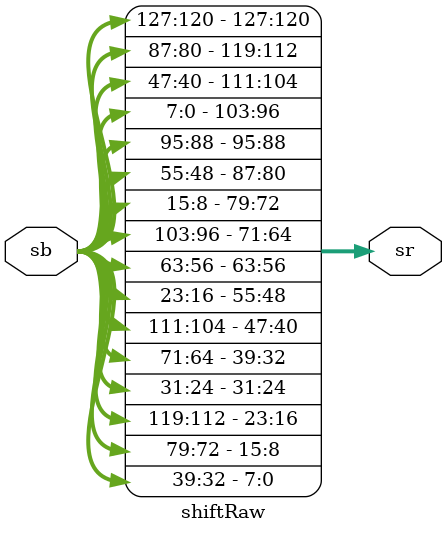
<source format=v>
`timescale 1ns / 1ps


module shiftRaw(
input [127:0] sb,
output [127:0] sr
);
assign         sr[127:120] = sb[127:120];  
assign         sr[119:112] = sb[87:80];
assign         sr[111:104] = sb[47:40];
assign         sr[103:96] = sb[7:0];
   
assign          sr[95:88] = sb[95:88];
assign          sr[87:80] = sb[55:48];
assign          sr[79:72] = sb[15:8];
assign          sr[71:64] = sb[103:96];
   
assign          sr[63:56] = sb[63:56];
assign          sr[55:48] = sb[23:16];
assign          sr[47:40] = sb[111:104];
assign          sr[39:32] = sb[71:64];
   
assign          sr[31:24] = sb[31:24];
assign          sr[23:16] = sb[119:112];
assign          sr[15:8] = sb[79:72];
assign          sr[7:0] = sb[39:32]; 
endmodule

</source>
